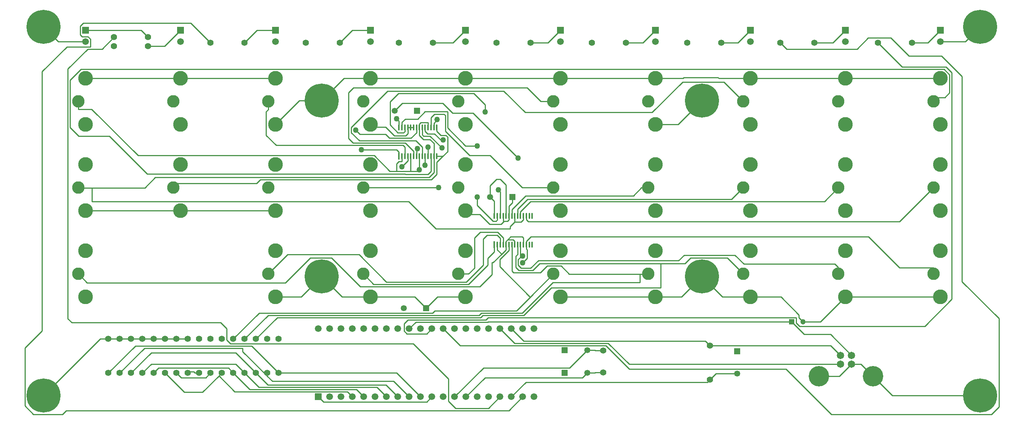
<source format=gtl>
%FSLAX23Y23*%
%MOIN*%
G70*
G01*
G75*
G04 Layer_Physical_Order=1*
%ADD10R,0.012X0.059*%
%ADD11O,0.012X0.059*%
%ADD12C,0.010*%
%ADD13C,0.300*%
%ADD14C,0.055*%
%ADD15C,0.180*%
%ADD16C,0.065*%
%ADD17C,0.059*%
%ADD18R,0.059X0.059*%
%ADD19C,0.053*%
%ADD20R,0.053X0.053*%
%ADD21R,0.047X0.047*%
%ADD22C,0.047*%
%ADD23C,0.059*%
%ADD24R,0.059X0.059*%
%ADD25C,0.110*%
%ADD26C,0.130*%
%ADD27C,0.050*%
D10*
X4220Y1580D02*
D03*
X3380Y2360D02*
D03*
D11*
X4246Y1580D02*
D03*
X4271D02*
D03*
X4297D02*
D03*
X4322D02*
D03*
X4348D02*
D03*
X4374D02*
D03*
X4399D02*
D03*
X4425D02*
D03*
X4450D02*
D03*
X4476D02*
D03*
X4501D02*
D03*
X4527D02*
D03*
X4553D02*
D03*
X4220Y1833D02*
D03*
X4246D02*
D03*
X4271D02*
D03*
X4297D02*
D03*
X4322D02*
D03*
X4348D02*
D03*
X4374D02*
D03*
X4399D02*
D03*
X4425D02*
D03*
X4450D02*
D03*
X4476D02*
D03*
X4501D02*
D03*
X4527D02*
D03*
X4553D02*
D03*
X3713Y2613D02*
D03*
X3687D02*
D03*
X3661D02*
D03*
X3636D02*
D03*
X3610D02*
D03*
X3585D02*
D03*
X3559D02*
D03*
X3534D02*
D03*
X3508D02*
D03*
X3482D02*
D03*
X3457D02*
D03*
X3431D02*
D03*
X3406D02*
D03*
X3380D02*
D03*
X3713Y2360D02*
D03*
X3687D02*
D03*
X3661D02*
D03*
X3636D02*
D03*
X3610D02*
D03*
X3585D02*
D03*
X3559D02*
D03*
X3534D02*
D03*
X3508D02*
D03*
X3482D02*
D03*
X3457D02*
D03*
X3431D02*
D03*
X3406D02*
D03*
D12*
X7600Y3360D02*
X7811Y3149D01*
X3625Y795D02*
X3670Y840D01*
X6740Y3360D02*
X6795Y3305D01*
X3770Y840D02*
X3918Y692D01*
X1546Y3534D02*
X1720Y3360D01*
X4347Y117D02*
X4470Y240D01*
X4168Y138D02*
X4270Y240D01*
X765Y3305D02*
X870Y3410D01*
X8040Y3360D02*
X8150Y3470D01*
X7900Y3360D02*
X8040D01*
X7203D02*
X7313Y3470D01*
X7040Y3360D02*
X7203D01*
X6366D02*
X6476Y3470D01*
X6220Y3360D02*
X6366D01*
X5529D02*
X5639Y3470D01*
X5380Y3360D02*
X5529D01*
X4692D02*
X4802Y3470D01*
X4540Y3360D02*
X4692D01*
X3855D02*
X3965Y3470D01*
X3680Y3360D02*
X3855D01*
X2970Y3470D02*
X3128D01*
X2860Y3360D02*
X2970Y3470D01*
X2130D02*
X2291D01*
X2020Y3360D02*
X2130Y3470D01*
X1314Y3330D02*
X1454Y3470D01*
X1170Y3330D02*
X1314D01*
X1110Y3470D02*
X1170Y3410D01*
X617Y3470D02*
X1110D01*
X5110Y454D02*
X5180D01*
X5037Y450D02*
X5106D01*
X4995Y408D02*
X5037Y450D01*
X3970Y240D02*
X4138Y408D01*
X5110Y646D02*
X5180D01*
X5037Y650D02*
X5106D01*
X4882Y495D02*
X5037Y650D01*
X3870Y240D02*
X4125Y495D01*
X6173Y443D02*
X6360D01*
X6120Y390D02*
X6173Y443D01*
X6098Y368D02*
X6120Y390D01*
X4370Y240D02*
X4498Y368D01*
X6120Y690D02*
X7183D01*
X7268Y605D01*
X6078Y732D02*
X6120Y690D01*
X4370Y840D02*
X4478Y732D01*
X8370Y3370D02*
X8500Y3500D01*
X8150Y3370D02*
X8370D01*
X7313Y3046D02*
X8150D01*
X6476D02*
X7313D01*
X6197D02*
X6476D01*
X5840Y2640D02*
X6050Y2850D01*
X5639Y2640D02*
X5840D01*
X4380Y1952D02*
Y2000D01*
X7313Y1120D02*
X8150D01*
X7093Y900D02*
X7313Y1120D01*
X7366Y527D02*
X7447D01*
X7260Y420D02*
X7366Y527D01*
X7080Y420D02*
X7260D01*
X7724Y250D02*
X8500D01*
X7447Y527D02*
X7554Y420D01*
X7724Y250D01*
X6940Y900D02*
X7093D01*
X6476Y1120D02*
X6744D01*
X6230D02*
X6476D01*
X6902Y938D02*
X6940Y900D01*
X4348Y1833D02*
Y1920D01*
Y1800D02*
Y1833D01*
X4297Y1780D02*
Y1833D01*
X6050Y1300D02*
X6230Y1120D01*
X5870D02*
X6050Y1300D01*
X5639Y1120D02*
X5870D01*
X4802D02*
X5639D01*
Y3046D02*
X5881D01*
X4802D02*
X5639D01*
X3965D02*
X4802D01*
X3128D02*
X3965D01*
X2896D02*
X3128D01*
X2700Y2850D02*
X2896Y3046D01*
X2501Y2850D02*
X2700D01*
X2291Y2640D02*
X2501Y2850D01*
X3482Y2613D02*
X3508D01*
X3457D02*
X3482D01*
X3457Y2560D02*
Y2613D01*
X3128Y2616D02*
X3263D01*
X3128D02*
Y2640D01*
X380Y3370D02*
X617D01*
X250Y3500D02*
X380Y3370D01*
X1454Y3046D02*
X2291D01*
X617D02*
X1454D01*
X4297Y1780D02*
X4304Y1787D01*
X4277Y1760D02*
X4297Y1780D01*
X3965Y1846D02*
Y1880D01*
Y1846D02*
X4093D01*
X3720Y1120D02*
X3965D01*
X3620Y1020D02*
X3720Y1120D01*
X3128D02*
X3520D01*
X2880D02*
X3128D01*
X2700Y1300D02*
X2880Y1120D01*
X3520D02*
X3620Y1020D01*
X2520Y1120D02*
X2700Y1300D01*
X1454Y1880D02*
X2291D01*
X617D02*
X1454D01*
X2291Y1120D02*
X2520D01*
X1420Y750D02*
X1520D01*
X1320D02*
X1420D01*
X1220D02*
X1320D01*
X1120D02*
X1220D01*
X1020D02*
X1120D01*
X920D02*
X1020D01*
X820D02*
X920D01*
X750D02*
X820D01*
X250Y250D02*
X750Y750D01*
X4031Y2741D02*
X4429Y2343D01*
X4322Y1833D02*
Y2109D01*
X4183Y2000D02*
Y2102D01*
Y2000D02*
X4220Y1963D01*
X6840Y900D02*
X6950Y790D01*
X4165Y900D02*
X6840D01*
X7182Y790D02*
X7366Y605D01*
X4220Y1833D02*
Y1963D01*
X3343Y2760D02*
X3410Y2827D01*
X3380Y2613D02*
Y2672D01*
X3360Y2692D02*
X3360D01*
X3470Y840D02*
X3528Y898D01*
X3625Y195D02*
X3670Y240D01*
X2670D02*
X2715Y195D01*
X5408Y527D02*
X7268D01*
X4270Y840D02*
X4398Y712D01*
X1583Y450D02*
X1620D01*
X1520D02*
X1530Y460D01*
X2228Y2772D02*
Y2843D01*
X3431Y2360D02*
Y2440D01*
X3048Y2416D02*
X3360D01*
X3380Y2360D02*
Y2396D01*
X3457Y2322D02*
Y2360D01*
X3404Y2269D02*
X3457Y2322D01*
X4629Y2843D02*
X4739D01*
X3508Y2360D02*
Y2405D01*
X3542Y2423D02*
Y2426D01*
X3534Y2423D02*
X3542D01*
X3534Y2360D02*
Y2423D01*
X6241Y3015D02*
X6413Y2843D01*
X3585Y2360D02*
Y2440D01*
X3610Y2280D02*
Y2360D01*
X3610Y2280D02*
X3610Y2280D01*
X8087Y2878D02*
X8188D01*
X8087Y2843D02*
Y2878D01*
X3661Y2226D02*
Y2360D01*
X3636D02*
Y2442D01*
X3559Y2240D02*
X3559Y2240D01*
Y2360D01*
Y2240D02*
Y2240D01*
X3482Y2229D02*
Y2360D01*
X3559Y2240D02*
X3559Y2240D01*
X3548Y2229D02*
X3559Y2240D01*
X554Y2775D02*
Y2843D01*
X3406Y2315D02*
Y2360D01*
X3482Y2229D02*
X3548D01*
X3358D02*
X3482D01*
X3298D02*
X3358D01*
Y2293D01*
X4271Y1580D02*
Y1637D01*
X2228Y1323D02*
X2399Y1494D01*
X4220Y1519D02*
Y1580D01*
X3065Y1323D02*
X3156Y1232D01*
X4297Y1580D02*
Y1640D01*
X3902Y1323D02*
X3993D01*
X4348Y1532D02*
Y1580D01*
X4535Y1119D02*
X4739Y1323D01*
X4415Y999D02*
X4535Y1119D01*
X4268Y1386D02*
X4535Y1119D01*
X1920Y750D02*
X2148Y978D01*
X5575Y1322D02*
X5576Y1323D01*
X5502Y1322D02*
X5575D01*
X4880D02*
X5502D01*
Y1249D02*
Y1322D01*
X4374Y1349D02*
Y1580D01*
X2020Y750D02*
X2228Y958D01*
X5685Y1414D02*
X5899D01*
X4618D02*
X5685D01*
X6271Y1465D02*
X6413Y1323D01*
X5685Y1200D02*
Y1414D01*
X4425Y1496D02*
Y1580D01*
X2120Y750D02*
X2308Y938D01*
X4450Y1500D02*
Y1580D01*
Y1480D02*
Y1500D01*
Y1470D02*
Y1480D01*
Y1500D02*
X4470Y1480D01*
X7250Y1323D02*
Y1382D01*
X4501Y1580D02*
Y1610D01*
Y1544D02*
Y1580D01*
X8087Y1323D02*
Y1378D01*
X4470Y1420D02*
X4510Y1460D01*
X4476Y1580D02*
Y1640D01*
X4337Y1625D02*
X4384D01*
X4337D02*
X4363Y1651D01*
X4322Y1610D02*
X4337Y1625D01*
X4399Y1580D02*
Y1610D01*
X4322Y1580D02*
Y1610D01*
Y1535D02*
Y1580D01*
X4246Y1535D02*
Y1580D01*
Y1535D02*
X4284Y1497D01*
X4322Y1535D01*
X4210Y1423D02*
X4284Y1497D01*
X554Y1323D02*
X633Y1243D01*
X3534Y2568D02*
Y2613D01*
X2999Y2590D02*
X3034Y2555D01*
X3653Y2539D02*
X3757Y2435D01*
X3585Y2550D02*
Y2613D01*
X3065Y2083D02*
X3727D01*
X3747Y2505D02*
X3767D01*
X3610Y2580D02*
Y2613D01*
X4466Y2083D02*
X4739D01*
X3661Y2613D02*
Y2700D01*
X5515Y2083D02*
X5576D01*
X4374Y1833D02*
Y1890D01*
X6310Y1980D02*
X6413Y2083D01*
X4425Y1833D02*
Y1893D01*
X7127Y1960D02*
X7250Y2083D01*
X4450Y1833D02*
Y1872D01*
X7787Y1783D02*
X8087Y2083D01*
X4501Y1800D02*
Y1833D01*
X3636Y2613D02*
Y2658D01*
X3687Y2360D02*
Y2474D01*
Y2216D02*
Y2360D01*
X4476Y1800D02*
Y1833D01*
X4399Y1780D02*
Y1833D01*
X3559Y2613D02*
Y2645D01*
Y2545D02*
Y2613D01*
X675Y2082D02*
X1142D01*
X554D02*
X675D01*
X554D02*
Y2083D01*
X675Y1961D02*
Y2082D01*
X3716Y2680D02*
Y2683D01*
X3687Y2613D02*
Y2651D01*
X3713Y2580D02*
Y2613D01*
X3765Y2360D02*
X3807Y2402D01*
X3713Y2308D02*
X3765Y2360D01*
X3713D02*
X3765D01*
X1391Y2120D02*
X2124D01*
X1391Y2083D02*
Y2120D01*
X1677Y407D02*
X1720Y450D01*
X1420D02*
X1463Y407D01*
X1794Y424D02*
X1932Y285D01*
X2925D02*
X2970Y240D01*
X1794Y424D02*
X1820Y450D01*
X1650Y280D02*
X1794Y424D01*
X1320Y450D02*
X1490Y280D01*
X3005Y305D02*
X3070Y240D01*
X1220Y450D02*
X1263Y493D01*
X1877D02*
X1920Y450D01*
X2065Y305D01*
X3185Y325D02*
X3270Y240D01*
X1120Y450D02*
X1199Y529D01*
X1941D02*
X2020Y450D01*
X2145Y325D01*
X3265Y345D02*
X3370Y240D01*
X1020Y450D02*
X1199Y629D01*
X1941D02*
X2120Y450D01*
X2225Y345D01*
X2220Y422D02*
Y450D01*
X3333Y377D02*
X3470Y240D01*
X920Y450D02*
X1137Y667D01*
X2003Y639D02*
X2206Y436D01*
X2220Y422D01*
X2265Y377D01*
X2320Y450D02*
X3360D01*
X3570Y240D01*
X2083Y687D02*
X2320Y450D01*
X820D02*
X1057Y687D01*
X4256Y2064D02*
X4271Y2049D01*
Y1833D02*
Y2049D01*
X4139Y2750D02*
Y2813D01*
X3431Y2579D02*
Y2613D01*
X4246Y1800D02*
Y1833D01*
X4070Y1928D02*
Y2000D01*
X3966Y2452D02*
X4070D01*
X3406Y2613D02*
Y2660D01*
X3918Y692D02*
X5201D01*
X5408Y485D01*
X6789D01*
X7189Y85D01*
X8600D01*
X8665Y150D01*
Y930D01*
X8340Y1255D02*
X8665Y930D01*
X8340Y1255D02*
Y3064D01*
X8159Y3245D02*
X8340Y3064D01*
X7871Y3245D02*
X8159D01*
X7713Y3403D02*
X7871Y3245D01*
X7513Y3403D02*
X7713D01*
X7415Y3305D02*
X7513Y3403D01*
X6795Y3305D02*
X7415D01*
X4138Y408D02*
X4995D01*
X4125Y495D02*
X4882D01*
X4498Y368D02*
X6098D01*
X4478Y732D02*
X6078D01*
X4304Y1787D02*
X4335D01*
X4348Y1800D01*
X3410Y2827D02*
X3765D01*
X3851Y2741D01*
X4031D01*
X4272Y2159D02*
X4322Y2109D01*
X4240Y2159D02*
X4272D01*
X4183Y2102D02*
X4240Y2159D01*
X4398Y712D02*
X5223D01*
X5408Y527D01*
X3415Y2456D02*
X3431Y2440D01*
X2299Y2456D02*
X3415D01*
X2210Y2545D02*
X2299Y2456D01*
X2210Y2545D02*
Y2754D01*
X2228Y2772D01*
X3528Y2497D02*
X3585Y2440D01*
X3031Y2497D02*
X3528D01*
X2959Y2569D02*
X3031Y2497D01*
X2959Y2569D02*
Y2615D01*
X3279Y2935D01*
X4302D01*
X4491Y2746D01*
X5608D01*
X5877Y3015D01*
X6241D01*
X8188Y2878D02*
X8230Y2920D01*
Y3079D01*
X8183Y3126D02*
X8230Y3079D01*
X579Y3126D02*
X8183D01*
X483Y3030D02*
X579Y3126D01*
X483Y2615D02*
Y3030D01*
Y2615D02*
X560Y2538D01*
X830D01*
X1163Y2205D01*
X3433D01*
X3438Y2200D01*
X3635D01*
X3661Y2226D01*
X3358Y2293D02*
X3380Y2315D01*
X3406D01*
X4245Y1663D02*
X4271Y1637D01*
X4154Y1663D02*
X4245D01*
X4122Y1631D02*
X4154Y1663D01*
X4122Y1402D02*
Y1631D01*
X3972Y1252D02*
X4122Y1402D01*
X3270Y1252D02*
X3972D01*
X3028Y1494D02*
X3270Y1252D01*
X2399Y1494D02*
X3028D01*
X3156Y1232D02*
X3992D01*
X4162Y1402D01*
Y1461D01*
X4220Y1519D01*
X2228Y958D02*
X4085D01*
X4106Y979D01*
X4466D01*
X4736Y1249D01*
X5502D01*
X4721Y1200D02*
X5685D01*
X4480Y959D02*
X4721Y1200D01*
X4118Y959D02*
X4480D01*
X4097Y938D02*
X4118Y959D01*
X2308Y938D02*
X4097D01*
X4501Y1544D02*
X4510Y1535D01*
Y1460D02*
Y1535D01*
X7790Y1378D02*
X8087D01*
X7516Y1652D02*
X7790Y1378D01*
X4543Y1652D02*
X7516D01*
X4501Y1610D02*
X4543Y1652D01*
X4198Y1423D02*
X4210D01*
X4198Y1317D02*
Y1423D01*
X4093Y1212D02*
X4198Y1317D01*
X3037Y1212D02*
X4093D01*
X2784Y1465D02*
X3037Y1212D01*
X2600Y1465D02*
X2784D01*
X2378Y1243D02*
X2600Y1465D01*
X633Y1243D02*
X2378D01*
X4465Y1651D02*
X4476Y1640D01*
X4363Y1651D02*
X4465D01*
X4384Y1625D02*
X4399Y1610D01*
X3034Y2555D02*
X3261D01*
X3296Y2520D01*
X3486D01*
X3534Y2568D01*
X3585Y2550D02*
X3596Y2539D01*
X3653D01*
X4183Y2366D02*
X4466Y2083D01*
X4001Y2366D02*
X4183D01*
X3787Y2580D02*
X4001Y2366D01*
X3787Y2580D02*
Y2720D01*
X3775Y2732D02*
X3787Y2720D01*
X3693Y2732D02*
X3775D01*
X3661Y2700D02*
X3693Y2732D01*
X5444Y2012D02*
X5515Y2083D01*
X4496Y2012D02*
X5444D01*
X4374Y1890D02*
X4496Y2012D01*
X4425Y1893D02*
X4512Y1980D01*
X6310D01*
X4450Y1872D02*
X4538Y1960D01*
X7127D01*
X4501Y1800D02*
X4518Y1783D01*
X7787D01*
X1142Y2082D02*
X1233Y2173D01*
X3644D01*
X3687Y2216D01*
X4399Y1780D02*
X4456D01*
X4476Y1800D01*
X4359Y1740D02*
X4399Y1780D01*
X4359Y1720D02*
Y1740D01*
X3706Y1720D02*
X4359D01*
X3465Y1961D02*
X3706Y1720D01*
X675Y1961D02*
X3465D01*
X3687Y2651D02*
X3716Y2680D01*
X2124Y2120D02*
X2157Y2153D01*
X3666D01*
X3713Y2200D01*
Y2308D01*
X1932Y285D02*
X2925D01*
X1490Y280D02*
X1650D01*
X2065Y305D02*
X3005D01*
X1199Y629D02*
X1941D01*
X1137Y667D02*
X2003D01*
Y639D02*
Y667D01*
X2265Y377D02*
X3333D01*
X4039Y2913D02*
X4139Y2813D01*
X3374Y2913D02*
X4039D01*
X3301Y2840D02*
X3374Y2913D01*
X3301Y2637D02*
Y2840D01*
Y2637D02*
X3370Y2568D01*
X3420D01*
X3431Y2579D01*
X600Y3534D02*
X1546D01*
X572Y3506D02*
X600Y3534D01*
X572Y3430D02*
Y3506D01*
Y3430D02*
X587Y3415D01*
X640D01*
X662Y3393D01*
Y3326D02*
Y3393D01*
X661Y3325D02*
X662Y3326D01*
X454Y3325D02*
X661D01*
X235Y3106D02*
X454Y3325D01*
X235Y821D02*
Y3106D01*
X85Y671D02*
X235Y821D01*
X85Y160D02*
Y671D01*
Y160D02*
X160Y85D01*
X415D01*
X447Y117D01*
X4347D01*
X3877Y138D02*
X4168D01*
X3815Y200D02*
X3877Y138D01*
X3815Y200D02*
Y396D01*
X3504Y707D02*
X3815Y396D01*
X1896Y707D02*
X3504D01*
X1863Y740D02*
X1896Y707D01*
X1863Y740D02*
Y840D01*
X1810Y893D02*
X1863Y840D01*
X499Y893D02*
X1810D01*
X463Y929D02*
X499Y893D01*
X463Y929D02*
Y3131D01*
X637Y3305D01*
X765D01*
X554Y2775D02*
X673D01*
X1082Y2366D01*
X3161D01*
X3298Y2229D01*
X3406Y2660D02*
X3434Y2688D01*
X3545D01*
X3610Y2753D01*
X3806D01*
X3807Y2752D01*
Y2611D02*
Y2752D01*
Y2611D02*
X3966Y2452D01*
X4234Y1788D02*
X4246Y1800D01*
X4210Y1788D02*
X4234D01*
X4070Y1928D02*
X4210Y1788D01*
X3652Y2509D02*
X3687Y2474D01*
X3595Y2509D02*
X3652D01*
X3559Y2545D02*
X3595Y2509D01*
X4507Y2965D02*
X4629Y2843D01*
X2979Y2965D02*
X4507D01*
X2934Y2920D02*
X2979Y2965D01*
X2934Y2517D02*
Y2920D01*
Y2517D02*
X2974Y2477D01*
X3436D01*
X3508Y2405D01*
X3450Y795D02*
X3625D01*
X3425Y820D02*
X3450Y795D01*
X3425Y820D02*
Y884D01*
X3459Y918D01*
X4145D01*
X4166Y939D01*
X6879D01*
Y890D02*
Y939D01*
Y890D02*
X6908Y861D01*
X8011D01*
X8250Y1100D01*
Y3099D01*
X8200Y3149D02*
X8250Y3099D01*
X7811Y3149D02*
X8200D01*
X3693Y2559D02*
X3747Y2505D01*
X3631Y2559D02*
X3693D01*
X3610Y2580D02*
X3631Y2559D01*
X3360Y2416D02*
X3380Y2396D01*
X3360Y2692D02*
X3380Y2672D01*
X1057Y687D02*
X2083D01*
X3263Y2616D02*
X3339Y2540D01*
X3437D01*
X3457Y2560D01*
X4348Y1920D02*
X4380Y1952D01*
X7220Y1412D02*
X7250Y1382D01*
X6417Y1412D02*
X7220D01*
X6340Y1489D02*
X6417Y1412D01*
X5892Y1489D02*
X6340D01*
X5843Y1440D02*
X5892Y1489D01*
X4607Y1440D02*
X5843D01*
X4540Y1373D02*
X4607Y1440D01*
X4455Y1373D02*
X4540D01*
X4428Y1400D02*
X4455Y1373D01*
X4428Y1400D02*
Y1448D01*
X4450Y1470D01*
X4093Y1846D02*
X4179Y1760D01*
X4277D01*
X3993Y1323D02*
X4045Y1375D01*
Y1640D01*
X4095Y1690D01*
X4247D01*
X4297Y1640D01*
X3559Y2645D02*
X3572Y2658D01*
X3636D01*
X3807Y2402D02*
Y2530D01*
X3792Y2545D02*
X3807Y2530D01*
X3748Y2545D02*
X3792D01*
X3713Y2580D02*
X3748Y2545D01*
X4268Y1386D02*
Y1452D01*
X4348Y1532D01*
X6188Y3055D02*
X6197Y3046D01*
X5890Y3055D02*
X6188D01*
X5881Y3046D02*
X5890Y3055D01*
X4408Y1479D02*
X4425Y1496D01*
X4408Y1380D02*
Y1479D01*
Y1380D02*
X4435Y1353D01*
X4557D01*
X4618Y1414D01*
X5899D02*
X5950Y1465D01*
X6271D01*
X4809Y1393D02*
X4880Y1322D01*
X4685Y1393D02*
X4809D01*
X4625Y1333D02*
X4685Y1393D01*
X4390Y1333D02*
X4625D01*
X4374Y1349D02*
X4390Y1333D01*
X2148Y978D02*
X3675D01*
X3696Y999D01*
X4415D01*
X3528Y898D02*
X4163D01*
X4165Y900D01*
X6902Y938D02*
Y962D01*
X6744Y1120D02*
X6902Y962D01*
X6950Y790D02*
X7182D01*
X2145Y325D02*
X3185D01*
X2225Y345D02*
X3265D01*
X1199Y529D02*
X1941D01*
X2715Y195D02*
X3625D01*
X1263Y493D02*
X1877D01*
X1573Y460D02*
X1583Y450D01*
X1530Y460D02*
X1573D01*
X1463Y407D02*
X1677D01*
X5106Y450D02*
X5110Y454D01*
X5106Y650D02*
X5110Y646D01*
D13*
X250Y250D02*
D03*
X2700Y1300D02*
D03*
Y2850D02*
D03*
X250Y3500D02*
D03*
X8500Y250D02*
D03*
X6050Y1300D02*
D03*
Y2850D02*
D03*
X8500Y3500D02*
D03*
D14*
X820Y750D02*
D03*
Y450D02*
D03*
X920Y750D02*
D03*
Y450D02*
D03*
X1020Y750D02*
D03*
Y450D02*
D03*
X1120Y750D02*
D03*
Y450D02*
D03*
X1220Y750D02*
D03*
Y450D02*
D03*
X1320Y750D02*
D03*
Y450D02*
D03*
X1420Y750D02*
D03*
Y450D02*
D03*
X1520Y750D02*
D03*
Y450D02*
D03*
X2320D02*
D03*
Y750D02*
D03*
X2220Y450D02*
D03*
Y750D02*
D03*
X2120Y450D02*
D03*
Y750D02*
D03*
X2020Y450D02*
D03*
Y750D02*
D03*
X1920Y450D02*
D03*
Y750D02*
D03*
X1820Y450D02*
D03*
Y750D02*
D03*
X1720Y450D02*
D03*
Y750D02*
D03*
X1620Y450D02*
D03*
Y750D02*
D03*
X6120Y390D02*
D03*
Y690D02*
D03*
X5180Y454D02*
D03*
Y646D02*
D03*
X7900Y3360D02*
D03*
X7600D02*
D03*
X7040D02*
D03*
X6740D02*
D03*
X6220D02*
D03*
X5920D02*
D03*
X5380D02*
D03*
X5080D02*
D03*
X4540D02*
D03*
X4240D02*
D03*
X3680D02*
D03*
X3380D02*
D03*
X2860D02*
D03*
X2560D02*
D03*
X2020D02*
D03*
X1720D02*
D03*
X1170Y3330D02*
D03*
X870D02*
D03*
X1170Y3410D02*
D03*
X870D02*
D03*
D15*
X7080Y420D02*
D03*
X7554D02*
D03*
D16*
X7268Y527D02*
D03*
Y605D02*
D03*
X7366D02*
D03*
X7366Y527D02*
D03*
D17*
X4570Y840D02*
D03*
X4470D02*
D03*
X4370D02*
D03*
X4270D02*
D03*
X4170D02*
D03*
X4070D02*
D03*
X3970D02*
D03*
X3870D02*
D03*
X3770D02*
D03*
X3670D02*
D03*
X3570D02*
D03*
X3470D02*
D03*
X3370D02*
D03*
X3270D02*
D03*
X3170D02*
D03*
X3070D02*
D03*
X2970D02*
D03*
X2870D02*
D03*
X2770D02*
D03*
X2670D02*
D03*
X4570Y240D02*
D03*
X4470D02*
D03*
X4370D02*
D03*
X4270D02*
D03*
X4170D02*
D03*
X4070D02*
D03*
X3970D02*
D03*
X3870D02*
D03*
X3770D02*
D03*
X3670D02*
D03*
X3570D02*
D03*
X3470D02*
D03*
X3370D02*
D03*
X3270D02*
D03*
X3170D02*
D03*
X3070D02*
D03*
X2970D02*
D03*
X2870D02*
D03*
X2770D02*
D03*
D18*
X2670D02*
D03*
D19*
X3423Y1020D02*
D03*
X4183Y2000D02*
D03*
X3343Y2760D02*
D03*
X6360Y443D02*
D03*
X5037Y450D02*
D03*
Y650D02*
D03*
D20*
X3620Y1020D02*
D03*
X4380Y2000D02*
D03*
X3540Y2760D02*
D03*
X6360Y640D02*
D03*
X4840Y450D02*
D03*
Y650D02*
D03*
D21*
X6840Y900D02*
D03*
D22*
X6940D02*
D03*
D23*
X8150Y3370D02*
D03*
X7313D02*
D03*
X6476D02*
D03*
X5639D02*
D03*
X4802D02*
D03*
X3965D02*
D03*
X3128D02*
D03*
X2291D02*
D03*
X1454D02*
D03*
X617D02*
D03*
D24*
X8150Y3470D02*
D03*
X7313D02*
D03*
X6476D02*
D03*
X5639D02*
D03*
X4802D02*
D03*
X3965D02*
D03*
X3128D02*
D03*
X2291D02*
D03*
X1454D02*
D03*
X617D02*
D03*
D25*
X2228Y2843D02*
D03*
X3065D02*
D03*
X3902D02*
D03*
X4739D02*
D03*
X5576D02*
D03*
X6413D02*
D03*
X7250D02*
D03*
X8087D02*
D03*
X2228Y1323D02*
D03*
X3065D02*
D03*
X3902D02*
D03*
X4739D02*
D03*
X5576D02*
D03*
X6413D02*
D03*
X7250D02*
D03*
X8087D02*
D03*
X554Y2843D02*
D03*
X2228Y2083D02*
D03*
X3065D02*
D03*
X3902D02*
D03*
X4739D02*
D03*
X5576D02*
D03*
X6413D02*
D03*
X7250D02*
D03*
X8087D02*
D03*
X554D02*
D03*
Y1323D02*
D03*
X1391Y2843D02*
D03*
Y2083D02*
D03*
D26*
X2291Y2640D02*
D03*
Y3046D02*
D03*
X3128Y2640D02*
D03*
Y3046D02*
D03*
X3965Y2640D02*
D03*
Y3046D02*
D03*
X4802Y2640D02*
D03*
Y3046D02*
D03*
X5639Y2640D02*
D03*
Y3046D02*
D03*
X6476Y2640D02*
D03*
Y3046D02*
D03*
X7313Y2640D02*
D03*
Y3046D02*
D03*
X8150Y2640D02*
D03*
Y3046D02*
D03*
X2291Y1120D02*
D03*
Y1526D02*
D03*
X3128Y1120D02*
D03*
Y1526D02*
D03*
X3965Y1120D02*
D03*
Y1526D02*
D03*
X4802Y1120D02*
D03*
Y1526D02*
D03*
X5639Y1120D02*
D03*
Y1526D02*
D03*
X6476Y1120D02*
D03*
Y1526D02*
D03*
X7313Y1120D02*
D03*
Y1526D02*
D03*
X8150Y1120D02*
D03*
Y1526D02*
D03*
X617Y3046D02*
D03*
Y2640D02*
D03*
X2291Y1880D02*
D03*
Y2286D02*
D03*
X3128Y1880D02*
D03*
Y2286D02*
D03*
X3965Y1880D02*
D03*
Y2286D02*
D03*
X4802Y1880D02*
D03*
Y2286D02*
D03*
X5639Y1880D02*
D03*
Y2286D02*
D03*
X6476Y1880D02*
D03*
Y2286D02*
D03*
X7313Y1880D02*
D03*
Y2286D02*
D03*
X8150Y1880D02*
D03*
Y2286D02*
D03*
X617Y1880D02*
D03*
Y2286D02*
D03*
Y1120D02*
D03*
Y1526D02*
D03*
X1454Y2640D02*
D03*
Y3046D02*
D03*
Y1880D02*
D03*
Y2286D02*
D03*
D27*
X4429Y2343D02*
D03*
X3542Y2426D02*
D03*
X3610Y2280D02*
D03*
X3559Y2240D02*
D03*
X3636Y2442D02*
D03*
X4470Y1480D02*
D03*
Y1420D02*
D03*
X2999Y2590D02*
D03*
X3757Y2435D02*
D03*
X3727Y2083D02*
D03*
X3716Y2683D02*
D03*
X4139Y2750D02*
D03*
X4256Y2064D02*
D03*
X3404Y2269D02*
D03*
X4070Y2452D02*
D03*
Y2000D02*
D03*
X3767Y2505D02*
D03*
X3048Y2416D02*
D03*
X3360Y2692D02*
D03*
M02*

</source>
